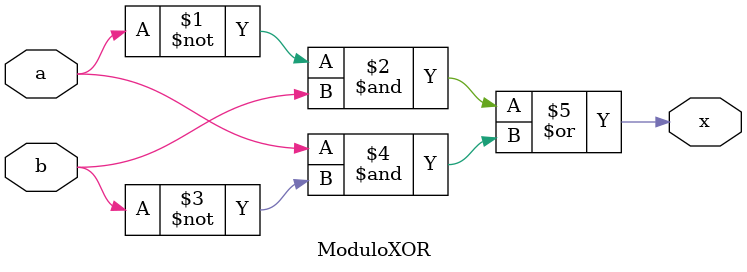
<source format=v>
`timescale 1ns / 1ps
module ModuloXOR(
    input a,
    input b,
    output x
    );
	assign x= (~a)&b | (a)&(~b);  //descripcion de compuerta XOR
	

endmodule

</source>
